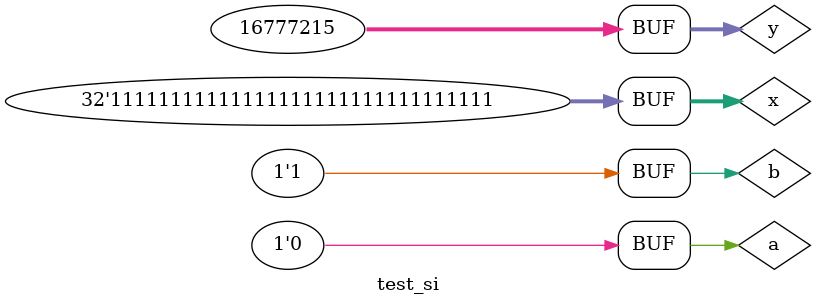
<source format=v>
`timescale 1ns / 1ps


module test_si(    );
reg clk;
reg [31:0] x,y;
wire a,b; 
assign a = $signed(x)>$signed(y)?1:0;
assign b = x>y?1:0;

initial begin
x = 32'b11111111_11111111_11111111_11111111;
y = 32'b00000000_11111111_11111111_11111111;
end


endmodule

</source>
